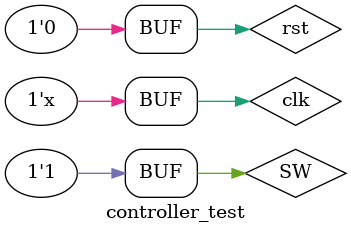
<source format=v>
`timescale 1ns / 1ps

module controller_test;

	// Inputs
	reg clk;
	reg rst;
	reg SW;
	// Outputs
	wire txd;
	wire [7:0] word;
	wire [9:0] counter;
	wire transmit_ready;
	
	// Instantiate the Unit Under Test (UUT)
	message_mode uut (
		.clk(clk), 
		.rst(rst), 
		.SW(SW), 
		.txd(txd),
		.word(word),
		.counter(counter),
		.transmit_ready(transmit_ready)
	);

	initial begin

		clk = 0;
		rst = 0;
		SW = 1;

	end
	
	always begin
		# 1 clk = ~clk;
	end

endmodule


</source>
